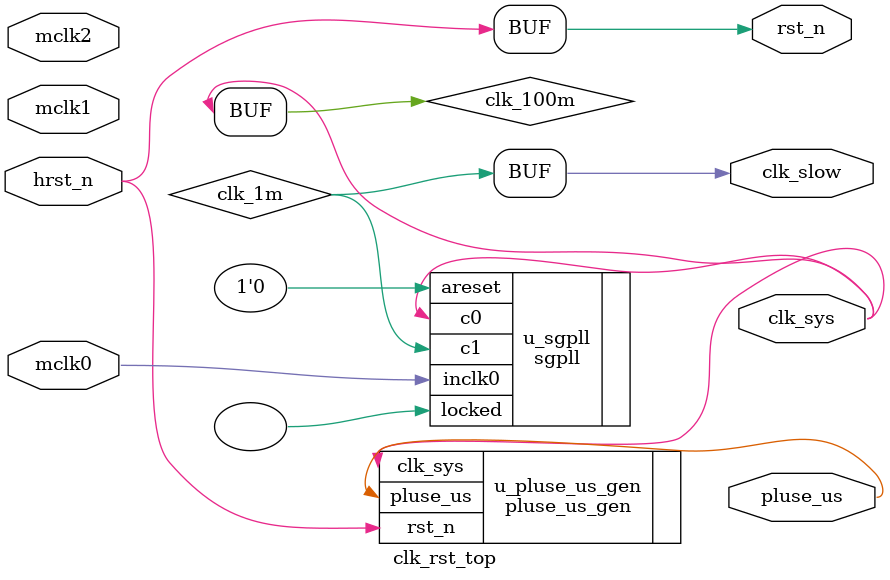
<source format=v>


module clk_rst_top(
hrst_n,
mclk0,
mclk1,
mclk2,
clk_sys,
clk_slow,
pluse_us,
rst_n
);
input hrst_n;
input mclk0;
input mclk1;
input mclk2;
output clk_sys;
output clk_slow;
output pluse_us;
output rst_n;
//---------------------------------
//---------------------------------

wire rst_n;
assign rst_n = hrst_n;

wire clk_100m;
wire clk_1m;
`ifdef SIM
assign clk_100m = mclk1;
assign clk_1m = mclk2;
`else 
	`ifdef ZEDBOARD
		assign clk_100m = mclk0;
		assign clk_1m = mclk2;
	`else
	sgpll u_sgpll(
	.areset(1'b0),
	.inclk0(mclk0),
	.c0(clk_100m),
	.c1(clk_1m),
	.locked()
	);
	`endif
`endif

wire clk_sys;
assign clk_sys = clk_100m;
wire clk_slow;
assign clk_slow = clk_1m;


//----------- gen pluse 1us at cly_sys zone-------
pluse_us_gen u_pluse_us_gen(
.pluse_us(pluse_us),
.clk_sys(clk_sys),
.rst_n(rst_n)
);


endmodule

</source>
